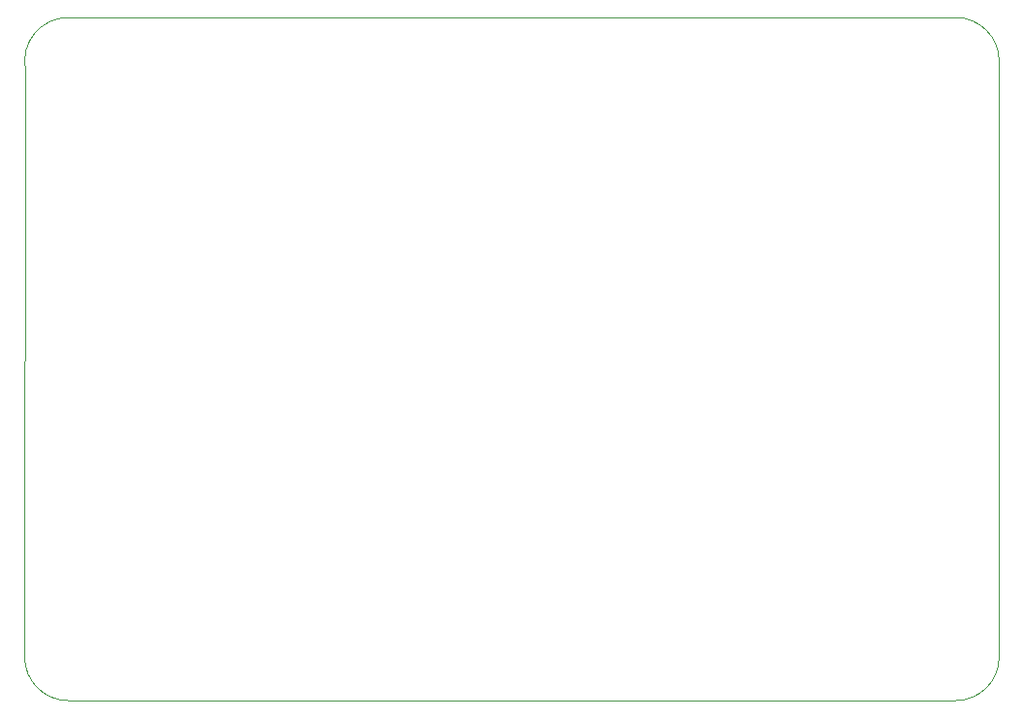
<source format=gbr>
%TF.GenerationSoftware,KiCad,Pcbnew,5.1.9+dfsg1-1~bpo10+1*%
%TF.CreationDate,2021-10-31T09:49:58+01:00*%
%TF.ProjectId,multi,6d756c74-692e-46b6-9963-61645f706362,rev?*%
%TF.SameCoordinates,Original*%
%TF.FileFunction,Profile,NP*%
%FSLAX46Y46*%
G04 Gerber Fmt 4.6, Leading zero omitted, Abs format (unit mm)*
G04 Created by KiCad (PCBNEW 5.1.9+dfsg1-1~bpo10+1) date 2021-10-31 09:49:58*
%MOMM*%
%LPD*%
G01*
G04 APERTURE LIST*
%TA.AperFunction,Profile*%
%ADD10C,0.050000*%
%TD*%
G04 APERTURE END LIST*
D10*
X102943988Y-68057202D02*
X102870000Y-119380000D01*
X184150000Y-123190000D02*
X106680000Y-123190000D01*
X187960000Y-67310000D02*
X187960000Y-119380000D01*
X106680000Y-63500000D02*
X184150000Y-63500000D01*
X106680000Y-123190000D02*
G75*
G02*
X102870000Y-119380000I0J3810000D01*
G01*
X187960000Y-119380000D02*
G75*
G02*
X184150000Y-123190000I-3810000J0D01*
G01*
X184150000Y-63500000D02*
G75*
G02*
X187960000Y-67310000I0J-3810000D01*
G01*
X102943988Y-68057202D02*
G75*
G02*
X106680000Y-63500000I3736012J747202D01*
G01*
M02*

</source>
